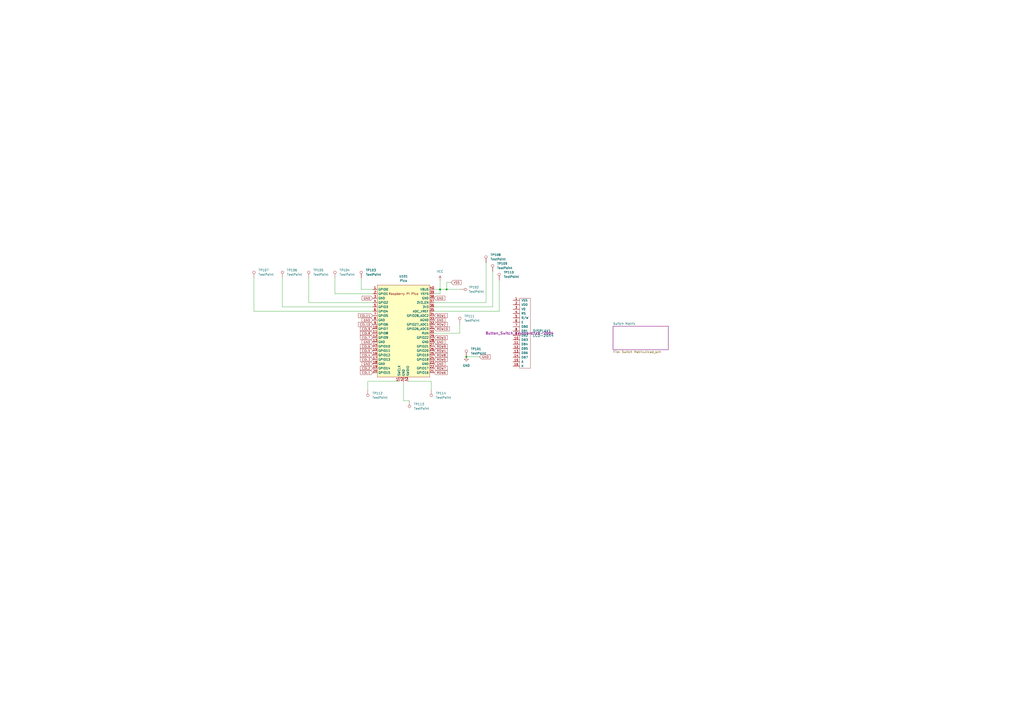
<source format=kicad_sch>
(kicad_sch (version 20231120) (generator "eeschema") (generator_version "8.0")
  (paper "A2")
  (title_block (title "SD-16273 Keyboard PCB") (date "2022-05-14") (rev "1") (company "Micro Switch (a divison of Honeywell)") (comment 1 "This project is a modern independent rendition of the historical design.") (comment 2 "configured for the Symbolics 'Space Cadet' keyboard designed in 1978 by John L. Kulp.") (comment 3 "This PCB was used in several keyboards made by Micro Switch. It is shown as it was"))
  (lib_symbols
    (symbol "Connector:TestPoint" (pin_numbers hide) (pin_names (offset 0.762) hide)
      (property "Reference" "TP" (at 0 6.858 0))
      (property "Value" "TestPoint" (at 0 5.08 0))
      (symbol "TestPoint_0_1"
        (circle (center 0 3.302) (radius 0.762))
      )
      (symbol "TestPoint_1_1"
        (pin passive line (at 0 0 90) (length 2.54) (name "1") (number "1"))
      )
    )
    (symbol "RPI:Pico"
      (property "Reference" "U" (at -13.97 27.94 0))
      (property "Value" "Pico" (at 0 19.05 0))
      (symbol "Pico_0_0"
        (text "Raspberry Pi Pico" (at 0 21.59 0) (effects (font (size 1.27 1.27))))
      )
      (symbol "Pico_0_1"
        (rectangle (start -15.24 26.67) (end 15.24 -26.67) (fill (type background)))
      )
      (symbol "Pico_1_1"
        (pin bidirectional line (at -17.78 24.13 0) (length 2.54) (name "GPIO0") (number "1"))
        (pin bidirectional line (at -17.78 1.27 0) (length 2.54) (name "GPIO7") (number "10"))
        (pin bidirectional line (at -17.78 -1.27 0) (length 2.54) (name "GPIO8") (number "11"))
        (pin bidirectional line (at -17.78 -3.81 0) (length 2.54) (name "GPIO9") (number "12"))
        (pin power_in line (at -17.78 -6.35 0) (length 2.54) (name "GND") (number "13"))
        (pin bidirectional line (at -17.78 -8.89 0) (length 2.54) (name "GPIO10") (number "14"))
        (pin bidirectional line (at -17.78 -11.43 0) (length 2.54) (name "GPIO11") (number "15"))
        (pin bidirectional line (at -17.78 -13.97 0) (length 2.54) (name "GPIO12") (number "16"))
        (pin bidirectional line (at -17.78 -16.51 0) (length 2.54) (name "GPIO13") (number "17"))
        (pin power_in line (at -17.78 -19.05 0) (length 2.54) (name "GND") (number "18"))
        (pin bidirectional line (at -17.78 -21.59 0) (length 2.54) (name "GPIO14") (number "19"))
        (pin bidirectional line (at -17.78 21.59 0) (length 2.54) (name "GPIO1") (number "2"))
        (pin bidirectional line (at -17.78 -24.13 0) (length 2.54) (name "GPIO15") (number "20"))
        (pin bidirectional line (at 17.78 -24.13 180) (length 2.54) (name "GPIO16") (number "21"))
        (pin bidirectional line (at 17.78 -21.59 180) (length 2.54) (name "GPIO17") (number "22"))
        (pin power_in line (at 17.78 -19.05 180) (length 2.54) (name "GND") (number "23"))
        (pin bidirectional line (at 17.78 -16.51 180) (length 2.54) (name "GPIO18") (number "24"))
        (pin bidirectional line (at 17.78 -13.97 180) (length 2.54) (name "GPIO19") (number "25"))
        (pin bidirectional line (at 17.78 -11.43 180) (length 2.54) (name "GPIO20") (number "26"))
        (pin bidirectional line (at 17.78 -8.89 180) (length 2.54) (name "GPIO21") (number "27"))
        (pin power_in line (at 17.78 -6.35 180) (length 2.54) (name "GND") (number "28"))
        (pin bidirectional line (at 17.78 -3.81 180) (length 2.54) (name "GPIO22") (number "29"))
        (pin power_in line (at -17.78 19.05 0) (length 2.54) (name "GND") (number "3"))
        (pin input line (at 17.78 -1.27 180) (length 2.54) (name "RUN") (number "30"))
        (pin bidirectional line (at 17.78 1.27 180) (length 2.54) (name "GPIO26_ADC0") (number "31"))
        (pin bidirectional line (at 17.78 3.81 180) (length 2.54) (name "GPIO27_ADC1") (number "32"))
        (pin power_in line (at 17.78 6.35 180) (length 2.54) (name "AGND") (number "33"))
        (pin bidirectional line (at 17.78 8.89 180) (length 2.54) (name "GPIO28_ADC2") (number "34"))
        (pin power_in line (at 17.78 11.43 180) (length 2.54) (name "ADC_VREF") (number "35"))
        (pin power_in line (at 17.78 13.97 180) (length 2.54) (name "3V3") (number "36"))
        (pin input line (at 17.78 16.51 180) (length 2.54) (name "3V3_EN") (number "37"))
        (pin bidirectional line (at 17.78 19.05 180) (length 2.54) (name "GND") (number "38"))
        (pin power_in line (at 17.78 21.59 180) (length 2.54) (name "VSYS") (number "39"))
        (pin bidirectional line (at -17.78 16.51 0) (length 2.54) (name "GPIO2") (number "4"))
        (pin power_in line (at 17.78 24.13 180) (length 2.54) (name "VBUS") (number "40"))
        (pin input line (at -2.54 -29.21 90) (length 2.54) (name "SWCLK") (number "41"))
        (pin power_in line (at 0 -29.21 90) (length 2.54) (name "GND") (number "42"))
        (pin bidirectional line (at 2.54 -29.21 90) (length 2.54) (name "SWDIO") (number "43"))
        (pin bidirectional line (at -17.78 13.97 0) (length 2.54) (name "GPIO3") (number "5"))
        (pin bidirectional line (at -17.78 11.43 0) (length 2.54) (name "GPIO4") (number "6"))
        (pin bidirectional line (at -17.78 8.89 0) (length 2.54) (name "GPIO5") (number "7"))
        (pin power_in line (at -17.78 6.35 0) (length 2.54) (name "GND") (number "8"))
        (pin bidirectional line (at -17.78 3.81 0) (length 2.54) (name "GPIO6") (number "9"))
      )
    )
    (symbol "power:GND" (power) (pin_numbers hide) (pin_names (offset 0) hide)
      (property "Value" "GND" (at 0 -3.81 0))
      (symbol "GND_0_1"
        (polyline (pts (xy 0 0) (xy 0 -1.27) (xy 1.27 -1.27) (xy 0 -2.54) (xy -1.27 -1.27) (xy 0 -1.27)))
      )
      (symbol "GND_1_1"
        (pin power_in line (at 0 0 270) (length 0) (name "~") (number "1"))
      )
    )
    (symbol "power:VCC" (power) (pin_numbers hide) (pin_names (offset 0) hide)
      (property "Value" "VCC" (at 0 3.556 0))
      (symbol "VCC_0_1"
        (polyline (pts (xy -0.762 1.27) (xy 0 2.54)))
        (polyline (pts (xy 0 0) (xy 0 2.54)))
        (polyline (pts (xy 0 2.54) (xy 0.762 1.27)))
      )
      (symbol "VCC_1_1"
        (pin power_in line (at 0 0 90) (length 0) (name "~") (number "1"))
      )
    )
    (symbol "thinkerforge:LCD-20X4" (pin_names (offset 1.016))
      (property "Reference" "U" (at 0 22.86 0))
      (property "Value" "LCD-20X4" (at 1.27 -21.59 0))
      (symbol "LCD-20X4_0_1"
        (rectangle (start 0 20.32) (end 6.35 -20.32))
      )
      (symbol "LCD-20X4_1_1"
        (pin passive line (at -3.81 19.05 0) (length 3.81) (name "VSS") (number "1"))
        (pin passive line (at -3.81 -3.81 0) (length 3.81) (name "DB3") (number "10"))
        (pin passive line (at -3.81 -6.35 0) (length 3.81) (name "DB4") (number "11"))
        (pin passive line (at -3.81 -8.89 0) (length 3.81) (name "DB5") (number "12"))
        (pin passive line (at -3.81 -11.43 0) (length 3.81) (name "DB6") (number "13"))
        (pin passive line (at -3.81 -13.97 0) (length 3.81) (name "DB7") (number "14"))
        (pin passive line (at -3.81 -16.51 0) (length 3.81) (name "A") (number "15"))
        (pin passive line (at -3.81 -19.05 0) (length 3.81) (name "K") (number "16"))
        (pin passive line (at -3.81 16.51 0) (length 3.81) (name "VDD") (number "2"))
        (pin passive line (at -3.81 13.97 0) (length 3.81) (name "V0") (number "3"))
        (pin passive line (at -3.81 11.43 0) (length 3.81) (name "RS") (number "4"))
        (pin passive line (at -3.81 8.89 0) (length 3.81) (name "R/W") (number "5"))
        (pin passive line (at -3.81 6.35 0) (length 3.81) (name "E") (number "6"))
        (pin passive line (at -3.81 3.81 0) (length 3.81) (name "DB0") (number "7"))
        (pin passive line (at -3.81 1.27 0) (length 3.81) (name "DB1") (number "8"))
        (pin passive line (at -3.81 -1.27 0) (length 3.81) (name "DB2") (number "9"))
      )
    )
  )
  (junction (at 255.27 167.894))
  (junction (at 270.51 207.01))
  (junction (at 259.08 167.894))
  (wire (pts (xy 266.7 193.294) (xy 266.7 187.96)))
  (wire (pts (xy 194.31 161.29) (xy 194.31 170.434)))
  (wire (pts (xy 147.32 161.29) (xy 147.32 180.594)))
  (wire (pts (xy 251.841 180.594) (xy 289.56 180.594)))
  (wire (pts (xy 236.601 221.234) (xy 250.19 221.234)))
  (wire (pts (xy 259.08 163.83) (xy 261.62 163.83)))
  (wire (pts (xy 255.27 167.894) (xy 255.27 162.56)))
  (wire (pts (xy 250.19 221.234) (xy 250.19 226.06)))
  (wire (pts (xy 163.83 161.29) (xy 163.83 178.054)))
  (wire (pts (xy 259.08 167.894) (xy 259.08 163.83)))
  (wire (pts (xy 251.841 170.434) (xy 255.27 170.434)))
  (wire (pts (xy 251.841 175.514) (xy 281.94 175.514)))
  (wire (pts (xy 251.841 167.894) (xy 255.27 167.894)))
  (wire (pts (xy 251.841 193.294) (xy 266.7 193.294)))
  (wire (pts (xy 289.56 180.594) (xy 289.56 162.56)))
  (wire (pts (xy 209.55 161.29) (xy 209.55 167.894)))
  (wire (pts (xy 270.51 207.01) (xy 278.13 207.01)))
  (wire (pts (xy 194.31 170.434) (xy 216.281 170.434)))
  (wire (pts (xy 255.27 167.894) (xy 259.08 167.894)))
  (wire (pts (xy 234.061 221.234) (xy 234.061 232.41)))
  (wire (pts (xy 234.061 232.41) (xy 237.49 232.41)))
  (wire (pts (xy 285.75 178.054) (xy 285.75 157.48)))
  (wire (pts (xy 255.27 170.434) (xy 255.27 167.894)))
  (wire (pts (xy 179.07 161.29) (xy 179.07 175.514)))
  (wire (pts (xy 147.32 180.594) (xy 216.281 180.594)))
  (wire (pts (xy 259.08 167.894) (xy 266.7 167.894)))
  (wire (pts (xy 179.07 175.514) (xy 216.281 175.514)))
  (wire (pts (xy 209.55 167.894) (xy 216.281 167.894)))
  (wire (pts (xy 251.841 178.054) (xy 285.75 178.054)))
  (wire (pts (xy 281.94 175.514) (xy 281.94 152.4)))
  (wire (pts (xy 163.83 178.054) (xy 216.281 178.054)))
  (wire (pts (xy 231.521 221.234) (xy 213.36 221.234)))
  (wire (pts (xy 213.36 221.234) (xy 213.36 226.06)))
  (global_label "ROW10" (shape input) (at 251.841 190.754 0) (property "Intersheetrefs" "${INTERSHEET_REFS}" (effects (hide yes))))
  (global_label "ROW6" (shape input) (at 251.841 216.154 0) (property "Intersheetrefs" "${INTERSHEET_REFS}" (effects (hide yes))))
  (global_label "COL4" (shape input) (at 216.281 205.994 180) (property "Intersheetrefs" "${INTERSHEET_REFS}" (effects (hide yes))))
  (global_label "ROW7" (shape input) (at 251.841 213.614 0) (property "Intersheetrefs" "${INTERSHEET_REFS}" (effects (hide yes))))
  (global_label "COL7" (shape input) (at 216.281 195.834 180) (property "Intersheetrefs" "${INTERSHEET_REFS}" (effects (hide yes))))
  (global_label "COL11" (shape input) (at 216.281 183.134 180) (property "Intersheetrefs" "${INTERSHEET_REFS}" (effects (hide yes))))
  (global_label "COL3" (shape input) (at 216.281 208.534 180) (property "Intersheetrefs" "${INTERSHEET_REFS}" (effects (hide yes))))
  (global_label "GND" (shape input) (at 216.281 198.374 180) (property "Intersheetrefs" "${INTERSHEET_REFS}" (effects (hide yes))))
  (global_label "COL10" (shape input) (at 216.281 188.214 180) (property "Intersheetrefs" "${INTERSHEET_REFS}" (effects (hide yes))))
  (global_label "GND" (shape input) (at 251.841 172.974 0) (property "Intersheetrefs" "${INTERSHEET_REFS}" (effects (hide yes))))
  (global_label "COL1" (shape input) (at 216.281 216.154 180) (property "Intersheetrefs" "${INTERSHEET_REFS}" (effects (hide yes))))
  (global_label "ROW2" (shape input) (at 251.841 188.214 0) (property "Intersheetrefs" "${INTERSHEET_REFS}" (effects (hide yes))))
  (global_label "GND" (shape input) (at 278.13 207.01 0) (property "Intersheetrefs" "${INTERSHEET_REFS}" (effects (hide yes))))
  (global_label "GND" (shape input) (at 216.281 172.974 180) (property "Intersheetrefs" "${INTERSHEET_REFS}" (effects (hide yes))))
  (global_label "GND" (shape input) (at 216.281 185.674 180) (property "Intersheetrefs" "${INTERSHEET_REFS}" (effects (hide yes))))
  (global_label "COL8" (shape input) (at 216.281 193.294 180) (property "Intersheetrefs" "${INTERSHEET_REFS}" (effects (hide yes))))
  (global_label "ROW1" (shape input) (at 251.841 183.134 0) (property "Intersheetrefs" "${INTERSHEET_REFS}" (effects (hide yes))))
  (global_label "ROW8" (shape input) (at 251.841 205.994 0) (property "Intersheetrefs" "${INTERSHEET_REFS}" (effects (hide yes))))
  (global_label "ROW5" (shape input) (at 251.841 208.534 0) (property "Intersheetrefs" "${INTERSHEET_REFS}" (effects (hide yes))))
  (global_label "COL5" (shape input) (at 216.281 203.454 180) (property "Intersheetrefs" "${INTERSHEET_REFS}" (effects (hide yes))))
  (global_label "GND" (shape input) (at 251.841 198.374 0) (property "Intersheetrefs" "${INTERSHEET_REFS}" (effects (hide yes))))
  (global_label "GND" (shape input) (at 216.281 211.074 180) (property "Intersheetrefs" "${INTERSHEET_REFS}" (effects (hide yes))))
  (global_label "ROW4" (shape input) (at 251.841 203.454 0) (property "Intersheetrefs" "${INTERSHEET_REFS}" (effects (hide yes))))
  (global_label "COL6" (shape input) (at 216.281 200.914 180) (property "Intersheetrefs" "${INTERSHEET_REFS}" (effects (hide yes))))
  (global_label "COL9" (shape input) (at 216.281 190.754 180) (property "Intersheetrefs" "${INTERSHEET_REFS}" (effects (hide yes))))
  (global_label "VSS" (shape input) (at 261.62 163.83 0) (property "Intersheetrefs" "${INTERSHEET_REFS}" (effects (hide yes))))
  (global_label "ROW3" (shape input) (at 251.841 195.834 0) (property "Intersheetrefs" "${INTERSHEET_REFS}" (effects (hide yes))))
  (global_label "GND" (shape input) (at 251.841 211.074 0) (property "Intersheetrefs" "${INTERSHEET_REFS}" (effects (hide yes))))
  (global_label "GND" (shape input) (at 251.841 185.674 0) (property "Intersheetrefs" "${INTERSHEET_REFS}" (effects (hide yes))))
  (global_label "COL2" (shape input) (at 216.281 213.614 180) (property "Intersheetrefs" "${INTERSHEET_REFS}" (effects (hide yes))))
  (global_label "ROW9" (shape input) (at 251.841 200.914 0) (property "Intersheetrefs" "${INTERSHEET_REFS}" (effects (hide yes))))
  (symbol (lib_id "Connector:TestPoint") (at 289.56 162.56 0) (unit 1)
    (property "Reference" "TP110" (at 292.1 157.9879 0) (effects (justify left)))
    (property "Value" "TestPoint" (at 292.1 160.5279 0) (effects (justify left)))
    (property "Footprint" "TestPoint:TestPoint_THTPad_2.0x2.0mm_Drill1.0mm" (effects (hide yes)))
    (property "Description" "test point" (effects (hide yes)))
  )
  (symbol (lib_id "RPI:Pico") (at 234.061 192.024 0) (unit 1)
    (property "Reference" "U101" (at 234.061 160.274 0))
    (property "Value" "Pico" (at 234.061 162.814 0))
    (property "Footprint" "Button_Switch_Keyboard:RPi_Pico_SMD_TH" (effects (hide yes)))
  )
  (symbol (lib_id "Connector:TestPoint") (at 270.51 207.01 0) (unit 1)
    (property "Reference" "TP101" (at 273.05 202.4379 0) (effects (justify left)))
    (property "Value" "TestPoint" (at 273.05 204.9779 0) (effects (justify left)))
    (property "Footprint" "TestPoint:TestPoint_THTPad_2.0x2.0mm_Drill1.0mm" (effects (hide yes)))
    (property "Description" "test point" (effects (hide yes)))
  )
  (symbol (lib_id "Connector:TestPoint") (at 285.75 157.48 0) (unit 1)
    (property "Reference" "TP109" (at 288.29 152.9079 0) (effects (justify left)))
    (property "Value" "TestPoint" (at 288.29 155.4479 0) (effects (justify left)))
    (property "Footprint" "TestPoint:TestPoint_THTPad_2.0x2.0mm_Drill1.0mm" (effects (hide yes)))
    (property "Description" "test point" (effects (hide yes)))
  )
  (symbol (lib_id "Connector:TestPoint") (at 147.32 161.29 0) (unit 1)
    (property "Reference" "TP107" (at 149.86 156.7179 0) (effects (justify left)))
    (property "Value" "TestPoint" (at 149.86 159.2579 0) (effects (justify left)))
    (property "Footprint" "TestPoint:TestPoint_THTPad_2.0x2.0mm_Drill1.0mm" (effects (hide yes)))
    (property "Description" "test point" (effects (hide yes)))
  )
  (symbol (lib_id "Connector:TestPoint") (at 209.55 161.29 0) (unit 1)
    (property "Reference" "TP103" (at 212.09 156.7179 0) (effects (justify left)))
    (property "Value" "TestPoint" (at 212.09 159.2579 0) (effects (justify left)))
    (property "Footprint" "TestPoint:TestPoint_THTPad_2.0x2.0mm_Drill1.0mm" (effects (hide yes)))
    (property "Description" "test point" (effects (hide yes)))
  )
  (symbol (lib_id "power:VCC") (at 255.27 162.56 0) (unit 1)
    (property "Reference" "#PWR0102" (effects (hide yes)))
    (property "Value" "VCC" (at 255.27 157.48 0))
    (property "Description" "Power symbol creates a global label with name \"VCC\"" (effects (hide yes)))
  )
  (symbol (lib_id "Connector:TestPoint") (at 237.49 232.41 180) (unit 1)
    (property "Reference" "TP113" (at 240.03 234.4419 0) (effects (justify right)))
    (property "Value" "TestPoint" (at 240.03 236.9819 0) (effects (justify right)))
    (property "Footprint" "TestPoint:TestPoint_THTPad_2.0x2.0mm_Drill1.0mm" (effects (hide yes)))
    (property "Description" "test point" (effects (hide yes)))
  )
  (symbol (lib_id "Connector:TestPoint") (at 250.19 226.06 180) (unit 1)
    (property "Reference" "TP114" (at 252.73 228.0919 0) (effects (justify right)))
    (property "Value" "TestPoint" (at 252.73 230.6319 0) (effects (justify right)))
    (property "Footprint" "TestPoint:TestPoint_THTPad_2.0x2.0mm_Drill1.0mm" (effects (hide yes)))
    (property "Description" "test point" (effects (hide yes)))
  )
  (symbol (lib_id "Connector:TestPoint") (at 266.7 187.96 0) (unit 1)
    (property "Reference" "TP111" (at 269.24 183.3879 0) (effects (justify left)))
    (property "Value" "TestPoint" (at 269.24 185.9279 0) (effects (justify left)))
    (property "Footprint" "TestPoint:TestPoint_THTPad_2.0x2.0mm_Drill1.0mm" (effects (hide yes)))
    (property "Description" "test point" (effects (hide yes)))
  )
  (symbol (lib_id "power:GND") (at 270.51 207.01 0) (unit 1)
    (property "Reference" "#PWR0101" (effects (hide yes)))
    (property "Value" "GND" (at 270.51 212.09 0))
    (property "Description" "Power symbol creates a global label with name \"GND\" , ground" (effects (hide yes)))
  )
  (symbol (lib_id "Connector:TestPoint") (at 179.07 161.29 0) (unit 1)
    (property "Reference" "TP105" (at 181.61 156.7179 0) (effects (justify left)))
    (property "Value" "TestPoint" (at 181.61 159.2579 0) (effects (justify left)))
    (property "Footprint" "TestPoint:TestPoint_THTPad_2.0x2.0mm_Drill1.0mm" (effects (hide yes)))
    (property "Description" "test point" (effects (hide yes)))
  )
  (symbol (lib_id "Connector:TestPoint") (at 163.83 161.29 0) (unit 1)
    (property "Reference" "TP106" (at 166.37 156.7179 0) (effects (justify left)))
    (property "Value" "TestPoint" (at 166.37 159.2579 0) (effects (justify left)))
    (property "Footprint" "TestPoint:TestPoint_THTPad_2.0x2.0mm_Drill1.0mm" (effects (hide yes)))
    (property "Description" "test point" (effects (hide yes)))
  )
  (symbol (lib_id "Connector:TestPoint") (at 213.36 226.06 180) (unit 1)
    (property "Reference" "TP112" (at 215.9 228.0919 0) (effects (justify right)))
    (property "Value" "TestPoint" (at 215.9 230.6319 0) (effects (justify right)))
    (property "Footprint" "TestPoint:TestPoint_THTPad_2.0x2.0mm_Drill1.0mm" (effects (hide yes)))
    (property "Description" "test point" (effects (hide yes)))
  )
  (symbol (lib_id "Connector:TestPoint") (at 266.7 167.894 270) (unit 1)
    (property "Reference" "TP102" (at 271.78 166.6239 90) (effects (justify left)))
    (property "Value" "TestPoint" (at 271.78 169.1639 90) (effects (justify left)))
    (property "Footprint" "TestPoint:TestPoint_THTPad_2.0x2.0mm_Drill1.0mm" (effects (hide yes)))
    (property "Description" "test point" (effects (hide yes)))
  )
  (symbol (lib_id "thinkerforge:LCD-20X4") (at 301.371 193.294 0) (unit 1)
    (property "Reference" "DISPLAY1" (at 308.991 192.0239 0) (effects (font (size 1.524 1.524)) (justify left)))
    (property "Value" "LCD-20X4" (at 308.991 194.5639 0) (effects (font (size 1.524 1.524)) (justify left)))
    (property "Footprint" "Button_Switch_Keyboard:lcd-2004" (at 301.371 193.294 0) (effects (font (size 1.524 1.524))))
  )
  (symbol (lib_id "Connector:TestPoint") (at 281.94 152.4 0) (unit 1)
    (property "Reference" "TP108" (at 284.48 147.8279 0) (effects (justify left)))
    (property "Value" "TestPoint" (at 284.48 150.3679 0) (effects (justify left)))
    (property "Footprint" "TestPoint:TestPoint_THTPad_2.0x2.0mm_Drill1.0mm" (effects (hide yes)))
    (property "Description" "test point" (effects (hide yes)))
  )
  (symbol (lib_id "Connector:TestPoint") (at 194.31 161.29 0) (unit 1)
    (property "Reference" "TP104" (at 196.85 156.7179 0) (effects (justify left)))
    (property "Value" "TestPoint" (at 196.85 159.2579 0) (effects (justify left)))
    (property "Footprint" "TestPoint:TestPoint_THTPad_2.0x2.0mm_Drill1.0mm" (effects (hide yes)))
    (property "Description" "test point" (effects (hide yes)))
  )
  (sheet (at 355.6 189.23) (size 32.131 13.589) (stroke (width 0.1524) (color 132 0 132 1)) (fill (color 255 255 255 0.0000))
    (property "Sheetname" "Switch Matrix" (at 355.6 188.5184 0) (effects (justify left bottom)))
    (property "Sheetfile" "Switch Matrix.kicad_sch" (at 355.6 203.4036 0) (effects (justify left top)))
  )
)
</source>
